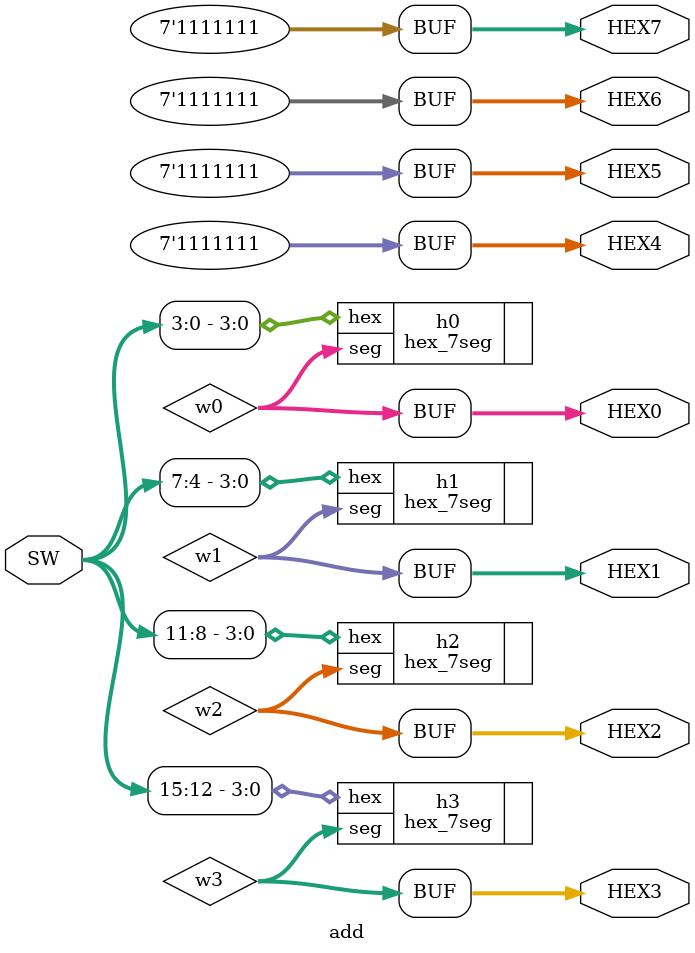
<source format=v>
module add	( SW ,HEX7, HEX6, HEX5, HEX4, HEX3, HEX2, HEX1, HEX0);
input [15:0] SW;
output [0:6] HEX7, HEX6, HEX5, HEX4, HEX3, HEX2, HEX1, HEX0;

wire [0:6] w7, w6, w5, w4, w3, w2, w1, w0;

parameter off = 7'b111_1111;

assign HEX7 = off;
assign HEX6 = off;
assign HEX5 = off;
assign HEX4 = off;
assign HEX3 = w3;
assign HEX2 = w2;
assign HEX1 = w1;
assign HEX0 = w0;




hex_7seg h3 (.hex(SW[15:12]), .seg(w3));
hex_7seg h2 (.hex(SW[11:8]), .seg(w2));
hex_7seg h1 (.hex(SW[7:4]), .seg(w1));
hex_7seg h0 (.hex(SW[3:0]), .seg(w0));

endmodule
</source>
